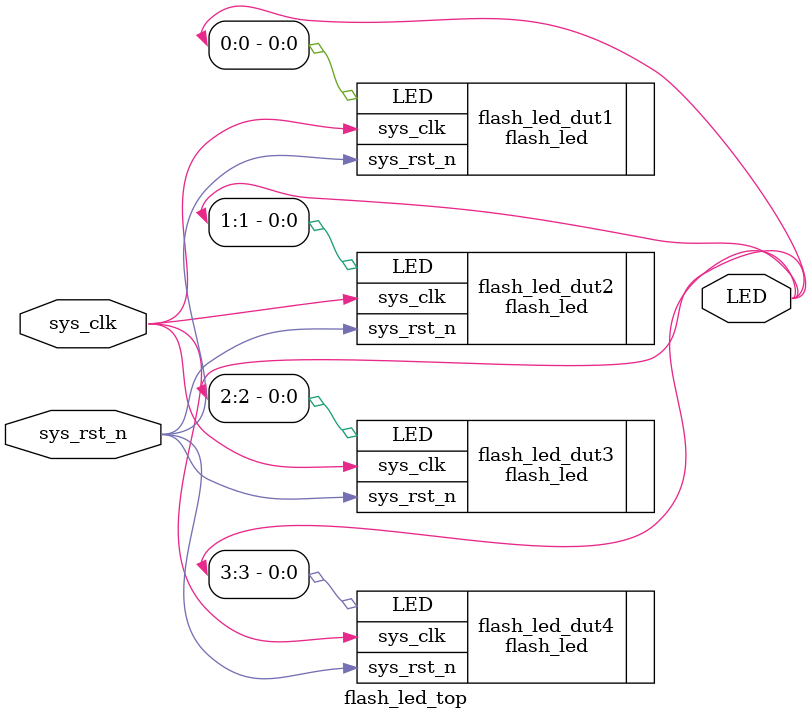
<source format=v>
module flash_led_top(
	input						sys_clk,
	input						sys_rst_n,
	
	output		[3:0]		LED
);

	flash_led flash_led_dut1(
		.sys_clk				(sys_clk),
		.sys_rst_n			(sys_rst_n),
		
		.LED					(LED[0])
	);
	
	flash_led flash_led_dut2(
		.sys_clk				(sys_clk),
		.sys_rst_n			(sys_rst_n),
		
		.LED					(LED[1])
	);
	
	flash_led flash_led_dut3(
		.sys_clk				(sys_clk),
		.sys_rst_n			(sys_rst_n),
		
		.LED					(LED[2])
	);
	
	flash_led flash_led_dut4(
		.sys_clk				(sys_clk),
		.sys_rst_n			(sys_rst_n),
		
		.LED					(LED[3])
	);

endmodule

</source>
